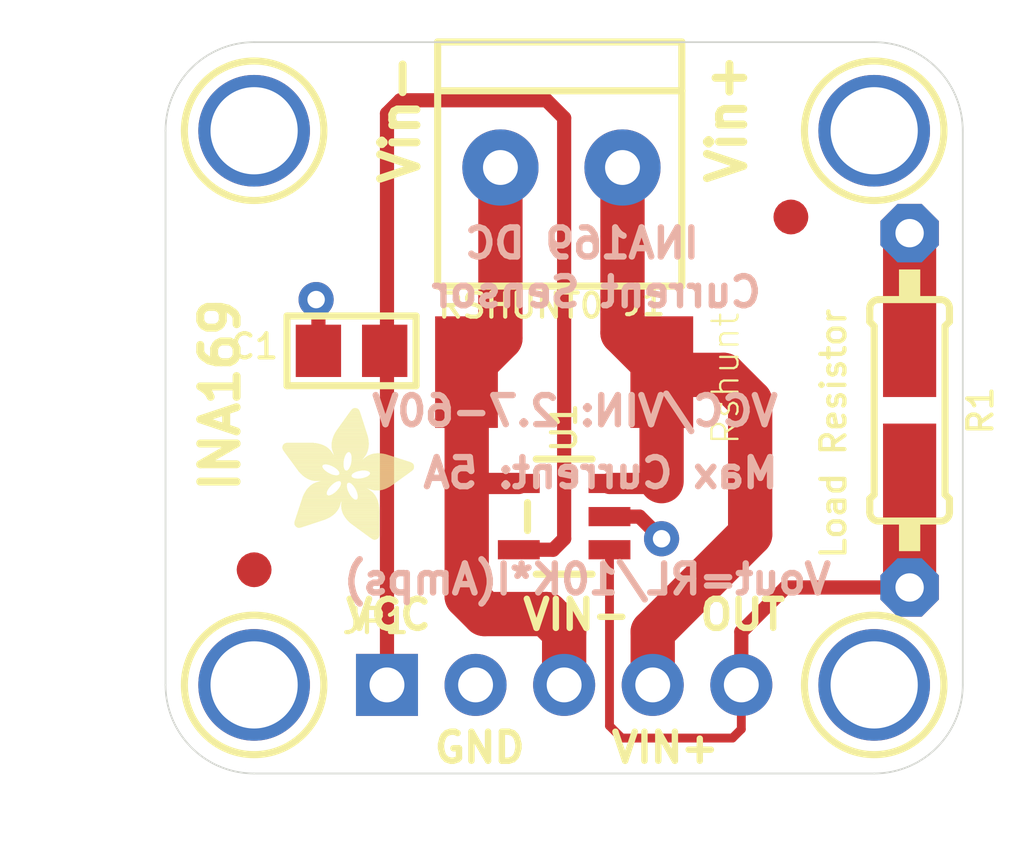
<source format=kicad_pcb>
(kicad_pcb (version 20211014) (generator pcbnew)
  (layers (0 "F.Cu" signal) (31 "B.Cu" signal) (34 "B.Paste" user) (35 "F.Paste" user) (36 "B.SilkS" user "B.Silkscreen") (37 "F.SilkS" user "F.Silkscreen") (38 "B.Mask" user) (39 "F.Mask" user) (44 "Edge.Cuts" user))
  (net 0 "")
  (net 1 "VCC")
  (net 2 "GND")
  (net 3 "VIN+")
  (net 4 "VIN-")
  (net 5 "OUT")
  (footprint "boardEagle:0805-THM" (layer "F.Cu") (at 158.4071 105.0746 90)
    (fp_text reference "R1" (at -0.762 2.032 90) (layer "F.SilkS") (effects (font (size 0.692831 0.692831) (thickness 0.119969)) (justify left)))
    (fp_text value "10K")
    (fp_poly (pts (xy -0.381 0.762) (xy -5.386605 0.762) (xy -5.842 0.306605) (xy -5.842 -0.306605) (xy -5.386605 -0.762) (xy -0.381 -0.762)) (layer "F.Cu") (width 0) (fill solid))
    (fp_poly (pts (xy 5.842 -0.306605) (xy 5.842 0.306605) (xy 5.386605 0.762) (xy 0.381 0.762) (xy 0.381 -0.762) (xy 5.386605 -0.762)) (layer "F.Cu") (width 0) (fill solid))
    (pad "1" thru_hole roundrect (at -5.08 0 90) (size 1.6764 1.6764) (drill 0.8128) (layers *.Cu *.Mask) (chamfer_ratio 0.2928932188) (chamfer top_left top_right bottom_left bottom_right) (net 5 "OUT"))
    (pad "2" thru_hole roundrect (at 5.08 0 90) (size 1.6764 1.6764) (drill 0.8128) (layers *.Cu *.Mask) (chamfer_ratio 0.2928932188) (chamfer top_left top_right bottom_left bottom_right) (net 2 "GND"))
  )
  (footprint "boardEagle:ADAFRUIT_3.5MM" (layer "F.Cu") (at 140.4021 108.8036)
    (fp_text reference "U$11" hide)
    (fp_text value "" hide)
  )
  (footprint "boardEagle:MOUNTINGHOLE_2.5_PLATED" (layer "F.Cu") (at 139.6111 112.9486)
    (fp_text reference "U$8" hide)
    (fp_text value "MOUNTINGHOLE2.5" hide)
    (pad "P$1" thru_hole circle (at 0 0) (size 3.2 3.2) (drill 2.5) (layers *.Cu *.Mask))
  )
  (footprint "boardEagle:FIDUCIAL_1MM" (layer "F.Cu") (at 155.0031 99.5316)
    (fp_text reference "FID1" hide)
    (fp_text value "FIDUCIAL\"\"" hide)
    (pad "1" smd roundrect (at 0 0) (size 1 1) (layers "F.Cu" "F.Mask") (roundrect_rratio 0.5))
  )
  (footprint "boardEagle:FIDUCIAL_1MM" (layer "F.Cu") (at 139.6111 109.6466)
    (fp_text reference "FID2" hide)
    (fp_text value "FIDUCIAL\"\"" hide)
    (pad "1" smd roundrect (at 0 0) (size 1 1) (layers "F.Cu" "F.Mask") (roundrect_rratio 0.5))
  )
  (footprint "boardEagle:SOT23-5" (layer "F.Cu") (at 148.5011 108.1226 90)
    (fp_text reference "U1" (at 1.778 0 90) (layer "F.SilkS") (effects (font (size 0.692831 0.692831) (thickness 0.119969)) (justify left)))
    (fp_text value "INA169")
    (pad "1" smd rect (at -0.95 1.3001 90) (size 0.55 1.2) (layers "F.Cu" "F.Paste" "F.Mask") (net 5 "OUT"))
    (pad "2" smd rect (at 0 1.3001 90) (size 0.55 1.2) (layers "F.Cu" "F.Paste" "F.Mask") (net 2 "GND"))
    (pad "3" smd rect (at 0.95 1.3001 90) (size 0.55 1.2) (layers "F.Cu" "F.Paste" "F.Mask") (net 3 "VIN+"))
    (pad "4" smd rect (at 0.95 -1.3001 90) (size 0.55 1.2) (layers "F.Cu" "F.Paste" "F.Mask") (net 4 "VIN-"))
    (pad "5" smd rect (at -0.95 -1.3001 90) (size 0.55 1.2) (layers "F.Cu" "F.Paste" "F.Mask") (net 1 "VCC"))
  )
  (footprint "boardEagle:TERMBLOCK_1X2-3.5MM" (layer "F.Cu") (at 148.4741 98.1126 180)
    (fp_text reference "J1" (at -3 -3.89) (layer "F.SilkS") (effects (font (size 0.692831 0.692831) (thickness 0.119969)) (justify right)))
    (fp_text value "")
    (pad "1" thru_hole circle (at 1.8 0 180) (size 2.1844 2.1844) (drill 1) (layers *.Cu *.Mask) (net 4 "VIN-"))
    (pad "2" thru_hole circle (at -1.7 0 180) (size 2.1844 2.1844) (drill 1) (layers *.Cu *.Mask) (net 3 "VIN+"))
  )
  (footprint "boardEagle:0805" (layer "F.Cu") (at 142.4051 103.3696 180)
    (fp_text reference "C1" (at 2.032 0.127) (layer "F.SilkS") (effects (font (size 0.692831 0.692831) (thickness 0.119969)) (justify right)))
    (fp_text value "0.1µF")
    (pad "1" smd rect (at -0.95 0 180) (size 1.3 1.5) (layers "F.Cu" "F.Paste" "F.Mask") (net 1 "VCC"))
    (pad "2" smd rect (at 0.95 0 180) (size 1.3 1.5) (layers "F.Cu" "F.Paste" "F.Mask") (net 2 "GND"))
  )
  (footprint "boardEagle:MOUNTINGHOLE_2.5_PLATED" (layer "F.Cu") (at 139.6111 97.0586)
    (fp_text reference "U$9" hide)
    (fp_text value "MOUNTINGHOLE2.5" hide)
    (pad "P$1" thru_hole circle (at 0 0) (size 3.2 3.2) (drill 2.5) (layers *.Cu *.Mask))
  )
  (footprint "boardEagle:2512" (layer "F.Cu") (at 148.5011 103.9796)
    (fp_text reference "RSHUNT0" (at -3.683 -1.905) (layer "F.SilkS") (effects (font (size 0.692831 0.692831) (thickness 0.119969)) (justify left)))
    (fp_text value "0.1/1% (PT2512FK-070R1L)")
    (pad "1" smd rect (at -2.8 0) (size 1.8 3.2) (layers "F.Cu" "F.Paste" "F.Mask") (net 4 "VIN-"))
    (pad "2" smd rect (at 2.8 0) (size 1.8 3.2) (layers "F.Cu" "F.Paste" "F.Mask") (net 3 "VIN+"))
  )
  (footprint "boardEagle:MOUNTINGHOLE_2.5_PLATED" (layer "F.Cu") (at 157.3911 97.0586)
    (fp_text reference "U$10" hide)
    (fp_text value "MOUNTINGHOLE2.5" hide)
    (pad "P$1" thru_hole circle (at 0 0) (size 3.2 3.2) (drill 2.5) (layers *.Cu *.Mask))
  )
  (footprint "boardEagle:MOUNTINGHOLE_2.5_PLATED" (layer "F.Cu") (at 157.3911 112.9486)
    (fp_text reference "U$7" hide)
    (fp_text value "MOUNTINGHOLE2.5" hide)
    (pad "P$1" thru_hole circle (at 0 0) (size 3.2 3.2) (drill 2.5) (layers *.Cu *.Mask))
  )
  (footprint "boardEagle:1X05_ROUND_70" (layer "F.Cu") (at 148.5011 112.9486)
    (fp_text reference "JP1" (at -6.4262 -1.8288) (layer "F.SilkS") (effects (font (size 0.692831 0.692831) (thickness 0.119969)) (justify left)))
    (fp_text value "")
    (pad "1" thru_hole rect (at -5.08 0 90) (size 1.778 1.778) (drill 1) (layers *.Cu *.Mask) (net 1 "VCC"))
    (pad "2" thru_hole circle (at -2.54 0 90) (size 1.778 1.778) (drill 1) (layers *.Cu *.Mask) (net 2 "GND"))
    (pad "3" thru_hole circle (at 0 0 90) (size 1.778 1.778) (drill 1) (layers *.Cu *.Mask) (net 4 "VIN-"))
    (pad "4" thru_hole circle (at 2.54 0 90) (size 1.778 1.778) (drill 1) (layers *.Cu *.Mask) (net 3 "VIN+"))
    (pad "5" thru_hole circle (at 5.08 0 90) (size 1.778 1.778) (drill 1) (layers *.Cu *.Mask) (net 5 "OUT"))
  )
  (gr_line (start 137.0711 112.9486) (end 137.0711 97.0586) (layer "Edge.Cuts") (width 0.05))
  (gr_arc (start 137.0711 97.0586) (mid 137.815049 95.262549) (end 139.6111 94.5186) (layer "Edge.Cuts") (width 0.05))
  (gr_line (start 139.6111 94.5186) (end 157.3911 94.5186) (layer "Edge.Cuts") (width 0.05))
  (gr_arc (start 159.9311 112.9486) (mid 159.187151 114.744651) (end 157.3911 115.4886) (layer "Edge.Cuts") (width 0.05))
  (gr_arc (start 139.6111 115.4886) (mid 137.815049 114.744651) (end 137.0711 112.9486) (layer "Edge.Cuts") (width 0.05))
  (gr_line (start 157.3911 115.4886) (end 139.6111 115.4886) (layer "Edge.Cuts") (width 0.05))
  (gr_arc (start 157.3911 94.5186) (mid 159.187151 95.262549) (end 159.9311 97.0586) (layer "Edge.Cuts") (width 0.05))
  (gr_line (start 159.9311 97.0586) (end 159.9311 112.9486) (layer "Edge.Cuts") (width 0.05))
  (gr_text "INA169 DC" (at 152.4671 100.7746) (layer "B.SilkS") (effects (font (size 0.83312 0.83312) (thickness 0.18288)) (justify left bottom mirror)))
  (gr_text "VCC/VIN: 2.7-60V" (at 154.7241 105.5826) (layer "B.SilkS") (effects (font (size 0.83312 0.83312) (thickness 0.18288)) (justify left bottom mirror)))
  (gr_text "Current Sensor" (at 154.2451 102.1716) (layer "B.SilkS") (effects (font (size 0.83312 0.83312) (thickness 0.18288)) (justify left bottom mirror)))
  (gr_text "Max Current: 5A" (at 154.7241 107.3606) (layer "B.SilkS") (effects (font (size 0.83312 0.83312) (thickness 0.18288)) (justify left bottom mirror)))
  (gr_text "Vout=RL/10K*I(Amps)" (at 156.2481 110.4086) (layer "B.SilkS") (effects (font (size 0.83312 0.83312) (thickness 0.18288)) (justify left bottom mirror)))
  (gr_text "VIN+" (at 149.7711 115.2346) (layer "F.SilkS") (effects (font (size 0.83312 0.83312) (thickness 0.18288)) (justify left bottom)))
  (gr_text "INA169" (at 139.2481 107.5166 90) (layer "F.SilkS") (effects (font (size 1.0414 1.0414) (thickness 0.2286)) (justify left bottom)))
  (gr_text "GND" (at 144.6911 115.2346) (layer "F.SilkS") (effects (font (size 0.83312 0.83312) (thickness 0.18288)) (justify left bottom)))
  (gr_text "OUT" (at 152.3111 111.4246) (layer "F.SilkS") (effects (font (size 0.83312 0.83312) (thickness 0.18288)) (justify left bottom)))
  (gr_text "VIN-" (at 147.2311 111.4246) (layer "F.SilkS") (effects (font (size 0.83312 0.83312) (thickness 0.18288)) (justify left bottom)))
  (gr_text "Vin+" (at 152.5581 94.7446 90) (layer "F.SilkS") (effects (font (size 1.0414 1.0414) (thickness 0.2286)) (justify right top)))
  (gr_text "Vin-" (at 143.1871 94.7606 90) (layer "F.SilkS") (effects (font (size 1.0414 1.0414) (thickness 0.2286)) (justify right top)))
  (gr_text "VCC" (at 142.1511 111.4246) (layer "F.SilkS") (effects (font (size 0.83312 0.83312) (thickness 0.18288)) (justify left bottom)))
  (gr_text "Load Resistor" (at 156.6291 109.3926 90) (layer "F.SilkS") (effects (font (size 0.69088 0.69088) (thickness 0.12192)) (justify left bottom)))
  (gr_text "Rshunt" (at 153.5671 106.1146 90) (layer "F.SilkS") (effects (font (size 0.747776 0.747776) (thickness 0.065024)) (justify left bottom)))
  (segment (start 148.5011 96.6926) (end 147.9931 96.1846) (width 0.4064) (layer "F.Cu") (net 1))
  (segment (start 147.9931 96.1846) (end 143.8021 96.1846) (width 0.4064) (layer "F.Cu") (net 1))
  (segment (start 148.1861 109.0726) (end 148.5011 108.7576) (width 0.4064) (layer "F.Cu") (net 1))
  (segment (start 143.4211 96.5656) (end 143.4211 103.3036) (width 0.4064) (layer "F.Cu") (net 1))
  (segment (start 143.4211 103.3036) (end 143.3551 103.3696) (width 0.4064) (layer "F.Cu") (net 1))
  (segment (start 147.201 109.0726) (end 148.1861 109.0726) (width 0.4064) (layer "F.Cu") (net 1))
  (segment (start 148.5011 108.7576) (end 148.5011 96.6926) (width 0.4064) (layer "F.Cu") (net 1))
  (segment (start 143.4211 103.4356) (end 143.3551 103.3696) (width 0.4064) (layer "F.Cu") (net 1))
  (segment (start 143.4211 112.9486) (end 143.4211 103.4356) (width 0.4064) (layer "F.Cu") (net 1))
  (segment (start 143.8021 96.1846) (end 143.4211 96.5656) (width 0.4064) (layer "F.Cu") (net 1))
  (segment (start 141.4551 103.3696) (end 141.4551 101.9656) (width 0.4064) (layer "F.Cu") (net 2))
  (segment (start 150.6601 108.1226) (end 151.2951 108.7576) (width 0.4064) (layer "F.Cu") (net 2))
  (segment (start 141.4551 101.9656) (end 141.3891 101.8996) (width 0.4064) (layer "F.Cu") (net 2))
  (segment (start 149.8012 108.1226) (end 150.6601 108.1226) (width 0.4064) (layer "F.Cu") (net 2))
  (via (at 141.3891 101.8996) (size 1.008) (drill 0.5) (layers "F.Cu" "B.Cu") (net 2))
  (via (at 151.2951 108.7576) (size 1.008) (drill 0.5) (layers "F.Cu" "B.Cu") (net 2))
  (segment (start 151.2951 108.7576) (end 151.5491 108.7576) (width 0.4064) (layer "B.Cu") (net 2))
  (segment (start 141.3891 101.8996) (end 141.3891 101.7726) (width 0.4064) (layer "B.Cu") (net 2))
  (segment (start 153.8351 108.6306) (end 153.8351 104.8206) (width 1.27) (layer "F.Cu") (net 3))
  (segment (start 151.0411 111.4246) (end 153.8351 108.6306) (width 1.27) (layer "F.Cu") (net 3))
  (segment (start 151.2951 103.9856) (end 151.3011 103.9796) (width 1.27) (layer "F.Cu") (net 3))
  (segment (start 151.2951 107.1066) (end 151.2951 103.9856) (width 1.27) (layer "F.Cu") (net 3))
  (segment (start 153.8351 104.8206) (end 153.0731 104.0586) (width 1.27) (layer "F.Cu") (net 3))
  (segment (start 150.1741 98.1126) (end 150.1741 102.8526) (width 1.27) (layer "F.Cu") (net 3))
  (segment (start 153.0731 104.0586) (end 151.3801 104.0586) (width 1.27) (layer "F.Cu") (net 3))
  (segment (start 150.1741 102.8526) (end 151.3011 103.9796) (width 1.27) (layer "F.Cu") (net 3))
  (segment (start 151.3801 104.0586) (end 151.3011 103.9796) (width 1.27) (layer "F.Cu") (net 3))
  (segment (start 151.0411 112.9486) (end 151.0411 111.4246) (width 1.27) (layer "F.Cu") (net 3))
  (segment (start 149.8012 107.1726) (end 151.2291 107.1726) (width 0.6096) (layer "F.Cu") (net 3))
  (segment (start 151.2291 107.1726) (end 151.2951 107.1066) (width 0.6096) (layer "F.Cu") (net 3))
  (segment (start 145.7071 107.1066) (end 145.7071 103.9856) (width 1.27) (layer "F.Cu") (net 4))
  (segment (start 145.7731 107.1726) (end 145.7071 107.1066) (width 0.6096) (layer "F.Cu") (net 4))
  (segment (start 145.7071 110.4086) (end 145.7071 107.2386) (width 1.27) (layer "F.Cu") (net 4))
  (segment (start 147.9931 110.9166) (end 146.2151 110.9166) (width 1.27) (layer "F.Cu") (net 4))
  (segment (start 148.5011 111.4246) (end 147.9931 110.9166) (width 1.27) (layer "F.Cu") (net 4))
  (segment (start 146.6741 103.0066) (end 145.7011 103.9796) (width 1.27) (layer "F.Cu") (net 4))
  (segment (start 148.5011 112.9486) (end 148.5011 111.4246) (width 1.27) (layer "F.Cu") (net 4))
  (segment (start 146.2151 110.9166) (end 145.7071 110.4086) (width 1.27) (layer "F.Cu") (net 4))
  (segment (start 146.6741 98.1126) (end 146.6741 103.0066) (width 1.27) (layer "F.Cu") (net 4))
  (segment (start 145.7071 107.2386) (end 145.7731 107.1726) (width 1.27) (layer "F.Cu") (net 4))
  (segment (start 145.7071 103.9856) (end 145.7011 103.9796) (width 1.27) (layer "F.Cu") (net 4))
  (segment (start 147.201 107.1726) (end 145.7731 107.1726) (width 0.6096) (layer "F.Cu") (net 4))
  (segment (start 150.1521 114.4726) (end 153.3271 114.4726) (width 0.254) (layer "F.Cu") (net 5))
  (segment (start 154.8511 110.1546) (end 153.5811 111.4246) (width 0.4064) (layer "F.Cu") (net 5))
  (segment (start 153.5811 114.2186) (end 153.5811 112.9486) (width 0.254) (layer "F.Cu") (net 5))
  (segment (start 153.5811 111.4246) (end 153.5811 112.9486) (width 0.4064) (layer "F.Cu") (net 5))
  (segment (start 158.4071 110.1546) (end 154.8511 110.1546) (width 0.4064) (layer "F.Cu") (net 5))
  (segment (start 153.3271 114.4726) (end 153.5811 114.2186) (width 0.254) (layer "F.Cu") (net 5))
  (segment (start 149.8012 114.1217) (end 150.1521 114.4726) (width 0.254) (layer "F.Cu") (net 5))
  (segment (start 149.8012 109.0726) (end 149.8012 114.1217) (width 0.254) (layer "F.Cu") (net 5))
)
</source>
